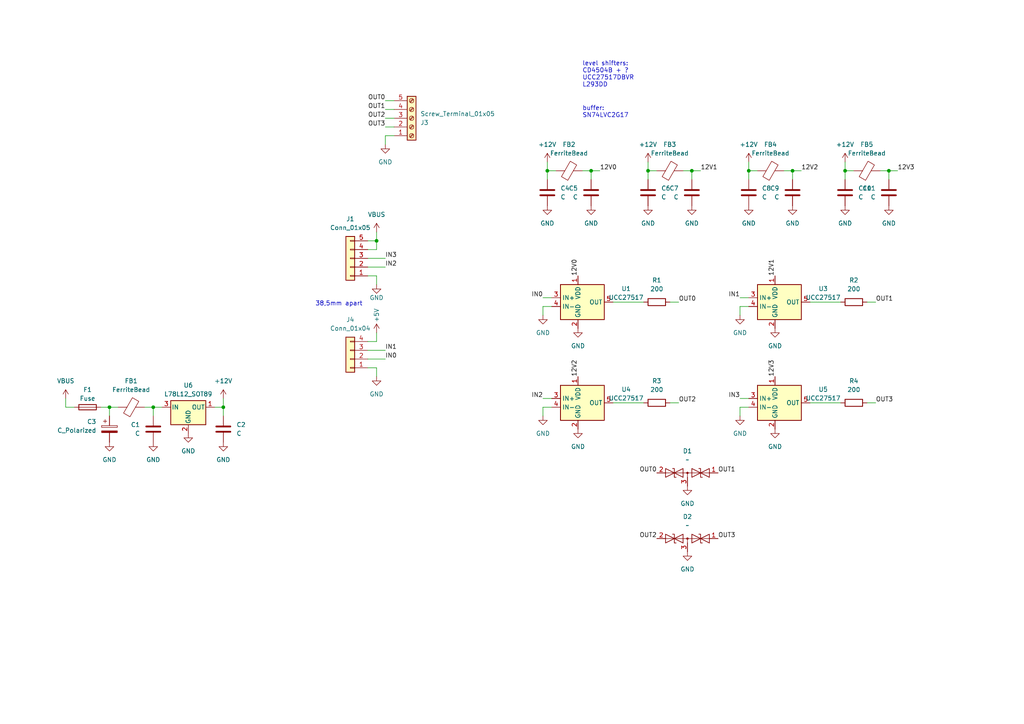
<source format=kicad_sch>
(kicad_sch (version 20230121) (generator eeschema)
  (paper "A4")
  (lib_symbols
    (symbol "Connector:Screw_Terminal_01x05" (pin_names (offset 1.016) hide)
      (property "Reference" "J" (at 0 7.62 0))
      (property "Value" "Screw_Terminal_01x05" (at 0 -7.62 0))
      (symbol "Screw_Terminal_01x05_1_1"
        (rectangle (start -1.27 6.35) (end 1.27 -6.35) (stroke (width 0.254)) (fill (type background)))
        (circle (center 0 -5.08) (radius 0.635) (stroke (width 0.1524)))
        (circle (center 0 -2.54) (radius 0.635) (stroke (width 0.1524)))
        (polyline (pts (xy -0.5334 -4.7498) (xy 0.3302 -5.588)) (stroke (width 0.1524)))
        (polyline (pts (xy -0.5334 -2.2098) (xy 0.3302 -3.048)) (stroke (width 0.1524)))
        (polyline (pts (xy -0.5334 0.3302) (xy 0.3302 -0.508)) (stroke (width 0.1524)))
        (polyline (pts (xy -0.5334 2.8702) (xy 0.3302 2.032)) (stroke (width 0.1524)))
        (polyline (pts (xy -0.5334 5.4102) (xy 0.3302 4.572)) (stroke (width 0.1524)))
        (polyline (pts (xy -0.3556 -4.572) (xy 0.508 -5.4102)) (stroke (width 0.1524)))
        (polyline (pts (xy -0.3556 -2.032) (xy 0.508 -2.8702)) (stroke (width 0.1524)))
        (polyline (pts (xy -0.3556 0.508) (xy 0.508 -0.3302)) (stroke (width 0.1524)))
        (polyline (pts (xy -0.3556 3.048) (xy 0.508 2.2098)) (stroke (width 0.1524)))
        (polyline (pts (xy -0.3556 5.588) (xy 0.508 4.7498)) (stroke (width 0.1524)))
        (circle (center 0 0) (radius 0.635) (stroke (width 0.1524)))
        (circle (center 0 2.54) (radius 0.635) (stroke (width 0.1524)))
        (circle (center 0 5.08) (radius 0.635) (stroke (width 0.1524)))
        (pin passive line (at -5.08 5.08 0) (length 3.81) (name "Pin_1") (number "1"))
        (pin passive line (at -5.08 2.54 0) (length 3.81) (name "Pin_2") (number "2"))
        (pin passive line (at -5.08 0 0) (length 3.81) (name "Pin_3") (number "3"))
        (pin passive line (at -5.08 -2.54 0) (length 3.81) (name "Pin_4") (number "4"))
        (pin passive line (at -5.08 -5.08 0) (length 3.81) (name "Pin_5") (number "5"))
      )
    )
    (symbol "Connector_Generic:Conn_01x04" (pin_names (offset 1.016) hide)
      (property "Reference" "J" (at 0 5.08 0))
      (property "Value" "Conn_01x04" (at 0 -7.62 0))
      (symbol "Conn_01x04_1_1"
        (rectangle (start -1.27 -4.953) (end 0 -5.207) (stroke (width 0.1524)))
        (rectangle (start -1.27 -2.413) (end 0 -2.667) (stroke (width 0.1524)))
        (rectangle (start -1.27 0.127) (end 0 -0.127) (stroke (width 0.1524)))
        (rectangle (start -1.27 2.667) (end 0 2.413) (stroke (width 0.1524)))
        (rectangle (start -1.27 3.81) (end 1.27 -6.35) (stroke (width 0.254)) (fill (type background)))
        (pin passive line (at -5.08 2.54 0) (length 3.81) (name "Pin_1") (number "1"))
        (pin passive line (at -5.08 0 0) (length 3.81) (name "Pin_2") (number "2"))
        (pin passive line (at -5.08 -2.54 0) (length 3.81) (name "Pin_3") (number "3"))
        (pin passive line (at -5.08 -5.08 0) (length 3.81) (name "Pin_4") (number "4"))
      )
    )
    (symbol "Connector_Generic:Conn_01x05" (pin_names (offset 1.016) hide)
      (property "Reference" "J" (at 0 7.62 0))
      (property "Value" "Conn_01x05" (at 0 -7.62 0))
      (symbol "Conn_01x05_1_1"
        (rectangle (start -1.27 -4.953) (end 0 -5.207) (stroke (width 0.1524)))
        (rectangle (start -1.27 -2.413) (end 0 -2.667) (stroke (width 0.1524)))
        (rectangle (start -1.27 0.127) (end 0 -0.127) (stroke (width 0.1524)))
        (rectangle (start -1.27 2.667) (end 0 2.413) (stroke (width 0.1524)))
        (rectangle (start -1.27 5.207) (end 0 4.953) (stroke (width 0.1524)))
        (rectangle (start -1.27 6.35) (end 1.27 -6.35) (stroke (width 0.254)) (fill (type background)))
        (pin passive line (at -5.08 5.08 0) (length 3.81) (name "Pin_1") (number "1"))
        (pin passive line (at -5.08 2.54 0) (length 3.81) (name "Pin_2") (number "2"))
        (pin passive line (at -5.08 0 0) (length 3.81) (name "Pin_3") (number "3"))
        (pin passive line (at -5.08 -2.54 0) (length 3.81) (name "Pin_4") (number "4"))
        (pin passive line (at -5.08 -5.08 0) (length 3.81) (name "Pin_5") (number "5"))
      )
    )
    (symbol "Device:C" (pin_numbers hide) (pin_names (offset 0.254))
      (property "Reference" "C" (at 0.635 2.54 0))
      (property "Value" "C" (at 0.635 -2.54 0))
      (symbol "C_0_1"
        (polyline (pts (xy -2.032 -0.762) (xy 2.032 -0.762)) (stroke (width 0.508)))
        (polyline (pts (xy -2.032 0.762) (xy 2.032 0.762)) (stroke (width 0.508)))
      )
      (symbol "C_1_1"
        (pin passive line (at 0 3.81 270) (length 2.794) (name "~") (number "1"))
        (pin passive line (at 0 -3.81 90) (length 2.794) (name "~") (number "2"))
      )
    )
    (symbol "Device:C_Polarized" (pin_numbers hide) (pin_names (offset 0.254))
      (property "Reference" "C" (at 0.635 2.54 0))
      (property "Value" "C_Polarized" (at 0.635 -2.54 0))
      (symbol "C_Polarized_0_1"
        (rectangle (start -2.286 0.508) (end 2.286 1.016))
        (polyline (pts (xy -1.778 2.286) (xy -0.762 2.286)))
        (polyline (pts (xy -1.27 2.794) (xy -1.27 1.778)))
        (rectangle (start 2.286 -0.508) (end -2.286 -1.016) (fill (type outline)))
      )
      (symbol "C_Polarized_1_1"
        (pin passive line (at 0 3.81 270) (length 2.794) (name "~") (number "1"))
        (pin passive line (at 0 -3.81 90) (length 2.794) (name "~") (number "2"))
      )
    )
    (symbol "Device:FerriteBead" (pin_numbers hide) (pin_names (offset 0))
      (property "Reference" "FB" (at -3.81 0.635 90))
      (property "Value" "FerriteBead" (at 3.81 0 90))
      (symbol "FerriteBead_0_1"
        (polyline (pts (xy 0 -1.27) (xy 0 -1.2192)))
        (polyline (pts (xy 0 1.27) (xy 0 1.2954)))
        (polyline (pts (xy -2.7686 0.4064) (xy -1.7018 2.2606) (xy 2.7686 -0.3048) (xy 1.6764 -2.159) (xy -2.7686 0.4064)))
      )
      (symbol "FerriteBead_1_1"
        (pin passive line (at 0 3.81 270) (length 2.54) (name "~") (number "1"))
        (pin passive line (at 0 -3.81 90) (length 2.54) (name "~") (number "2"))
      )
    )
    (symbol "Device:Fuse" (pin_numbers hide) (pin_names (offset 0))
      (property "Reference" "F" (at 2.032 0 90))
      (property "Value" "Fuse" (at -1.905 0 90))
      (symbol "Fuse_0_1"
        (rectangle (start -0.762 -2.54) (end 0.762 2.54) (stroke (width 0.254)))
        (polyline (pts (xy 0 2.54) (xy 0 -2.54)))
      )
      (symbol "Fuse_1_1"
        (pin passive line (at 0 3.81 270) (length 1.27) (name "~") (number "1"))
        (pin passive line (at 0 -3.81 90) (length 1.27) (name "~") (number "2"))
      )
    )
    (symbol "Device:R" (pin_numbers hide) (pin_names (offset 0))
      (property "Reference" "R" (at 2.032 0 90))
      (property "Value" "R" (at 0 0 90))
      (symbol "R_0_1"
        (rectangle (start -1.016 -2.54) (end 1.016 2.54) (stroke (width 0.254)))
      )
      (symbol "R_1_1"
        (pin passive line (at 0 3.81 270) (length 1.27) (name "~") (number "1"))
        (pin passive line (at 0 -3.81 90) (length 1.27) (name "~") (number "2"))
      )
    )
    (symbol "Diode:SM712_SOT23" (pin_names (offset 1.016) hide)
      (property "Reference" "D" (at 0 4.445 0))
      (property "Value" "SM712_SOT23" (at 0 2.54 0))
      (symbol "SM712_SOT23_0_0"
        (polyline (pts (xy 0 -1.27) (xy 0 0)))
      )
      (symbol "SM712_SOT23_0_1"
        (polyline (pts (xy -6.35 0) (xy 6.35 0)))
        (polyline (pts (xy -3.302 1.27) (xy -3.81 1.27) (xy -3.81 -1.27) (xy -4.318 -1.27)) (stroke (width 0.2032)))
        (polyline (pts (xy 4.318 1.27) (xy 3.81 1.27) (xy 3.81 -1.27) (xy 3.302 -1.27)) (stroke (width 0.2032)))
        (polyline (pts (xy -6.35 -1.27) (xy -1.27 1.27) (xy -1.27 -1.27) (xy -6.35 1.27) (xy -6.35 -1.27)) (stroke (width 0.2032)))
        (polyline (pts (xy 1.27 -1.27) (xy 1.27 1.27) (xy 6.35 -1.27) (xy 6.35 1.27) (xy 1.27 -1.27)) (stroke (width 0.2032)))
        (circle (center 0 0) (radius 0.254) (fill (type outline)))
      )
      (symbol "SM712_SOT23_1_1"
        (pin passive line (at -8.89 0 0) (length 2.54) (name "A1") (number "1"))
        (pin passive line (at 8.89 0 180) (length 2.54) (name "A2") (number "2"))
        (pin input line (at 0 -3.81 90) (length 2.54) (name "common") (number "3"))
      )
    )
    (symbol "Regulator_Linear:L78L12_SOT89" (pin_names (offset 0.254))
      (property "Reference" "U" (at -3.81 3.175 0))
      (property "Value" "L78L12_SOT89" (at -0.635 3.175 0))
      (symbol "L78L12_SOT89_0_1"
        (rectangle (start -5.08 1.905) (end 5.08 -5.08) (stroke (width 0.254)) (fill (type background)))
      )
      (symbol "L78L12_SOT89_1_1"
        (pin power_out line (at 7.62 0 180) (length 2.54) (name "OUT") (number "1"))
        (pin power_in line (at 0 -7.62 90) (length 2.54) (name "GND") (number "2"))
        (pin power_in line (at -7.62 0 0) (length 2.54) (name "IN") (number "3"))
      )
    )
    (symbol "power:+12V" (power) (pin_names (offset 0))
      (property "Value" "+12V" (at 0 3.556 0))
      (symbol "+12V_0_1"
        (polyline (pts (xy -0.762 1.27) (xy 0 2.54)))
        (polyline (pts (xy 0 0) (xy 0 2.54)))
        (polyline (pts (xy 0 2.54) (xy 0.762 1.27)))
      )
      (symbol "+12V_1_1"
        (pin power_in line (at 0 0 90) (length 0) hide (name "+12V") (number "1"))
      )
    )
    (symbol "power:+5V" (power) (pin_names (offset 0))
      (property "Value" "+5V" (at 0 3.556 0))
      (symbol "+5V_0_1"
        (polyline (pts (xy -0.762 1.27) (xy 0 2.54)))
        (polyline (pts (xy 0 0) (xy 0 2.54)))
        (polyline (pts (xy 0 2.54) (xy 0.762 1.27)))
      )
      (symbol "+5V_1_1"
        (pin power_in line (at 0 0 90) (length 0) hide (name "+5V") (number "1"))
      )
    )
    (symbol "power:GND" (power) (pin_names (offset 0))
      (property "Value" "GND" (at 0 -3.81 0))
      (symbol "GND_0_1"
        (polyline (pts (xy 0 0) (xy 0 -1.27) (xy 1.27 -1.27) (xy 0 -2.54) (xy -1.27 -1.27) (xy 0 -1.27)))
      )
      (symbol "GND_1_1"
        (pin power_in line (at 0 0 270) (length 0) hide (name "GND") (number "1"))
      )
    )
    (symbol "power:VBUS" (power) (pin_names (offset 0))
      (property "Value" "VBUS" (at 0 3.81 0))
      (symbol "VBUS_0_1"
        (polyline (pts (xy -0.762 1.27) (xy 0 2.54)))
        (polyline (pts (xy 0 0) (xy 0 2.54)))
        (polyline (pts (xy 0 2.54) (xy 0.762 1.27)))
      )
      (symbol "VBUS_1_1"
        (pin power_in line (at 0 0 90) (length 0) hide (name "VBUS") (number "1"))
      )
    )
    (symbol "project_lib:UCC27517"
      (property "Reference" "U" (at -5.08 6.35 0))
      (property "Value" "UCC27517" (at 1.27 6.35 0))
      (symbol "UCC27517_0_1"
        (rectangle (start -5.08 5.08) (end 7.62 -5.08) (stroke (width 0.254)) (fill (type background)))
      )
      (symbol "UCC27517_1_1"
        (pin power_in line (at 0 7.62 270) (length 2.54) (name "VDD") (number "1"))
        (pin power_in line (at 0 -7.62 90) (length 2.54) (name "GND") (number "2"))
        (pin input line (at -7.62 1.27 0) (length 2.54) (name "IN+") (number "3"))
        (pin input line (at -7.62 -1.27 0) (length 2.54) (name "IN-") (number "4"))
        (pin output line (at 10.16 0 180) (length 2.54) (name "OUT") (number "5"))
      )
    )
  )
  (junction (at 64.77 118.11))
  (junction (at 217.17 49.53))
  (junction (at 229.87 49.53))
  (junction (at 31.75 118.11))
  (junction (at 171.45 49.53))
  (junction (at 109.22 69.85))
  (junction (at 257.81 49.53))
  (junction (at 200.66 49.53))
  (junction (at 187.96 49.53))
  (junction (at 245.11 49.53))
  (junction (at 44.45 118.11))
  (junction (at 158.75 49.53))
  (wire (pts (xy 158.75 49.53) (xy 158.75 52.07)))
  (wire (pts (xy 158.75 49.53) (xy 161.29 49.53)))
  (wire (pts (xy 254 87.63) (xy 251.46 87.63)))
  (wire (pts (xy 44.45 118.11) (xy 44.45 120.65)))
  (wire (pts (xy 111.76 29.21) (xy 114.3 29.21)))
  (wire (pts (xy 19.05 118.11) (xy 21.59 118.11)))
  (wire (pts (xy 111.76 101.6) (xy 106.68 101.6)))
  (wire (pts (xy 217.17 49.53) (xy 217.17 52.07)))
  (wire (pts (xy 111.76 77.47) (xy 106.68 77.47)))
  (wire (pts (xy 234.95 116.84) (xy 243.84 116.84)))
  (wire (pts (xy 109.22 99.06) (xy 106.68 99.06)))
  (wire (pts (xy 234.95 87.63) (xy 243.84 87.63)))
  (wire (pts (xy 232.41 49.53) (xy 229.87 49.53)))
  (wire (pts (xy 214.63 86.36) (xy 217.17 86.36)))
  (wire (pts (xy 173.99 49.53) (xy 171.45 49.53)))
  (wire (pts (xy 46.99 118.11) (xy 44.45 118.11)))
  (wire (pts (xy 109.22 72.39) (xy 106.68 72.39)))
  (wire (pts (xy 217.17 88.9) (xy 214.63 88.9)))
  (wire (pts (xy 177.8 87.63) (xy 186.69 87.63)))
  (wire (pts (xy 111.76 36.83) (xy 114.3 36.83)))
  (wire (pts (xy 157.48 115.57) (xy 160.02 115.57)))
  (wire (pts (xy 41.91 118.11) (xy 44.45 118.11)))
  (wire (pts (xy 111.76 74.93) (xy 106.68 74.93)))
  (wire (pts (xy 171.45 49.53) (xy 171.45 52.07)))
  (wire (pts (xy 187.96 49.53) (xy 190.5 49.53)))
  (wire (pts (xy 31.75 118.11) (xy 34.29 118.11)))
  (wire (pts (xy 187.96 46.99) (xy 187.96 49.53)))
  (wire (pts (xy 64.77 118.11) (xy 64.77 120.65)))
  (wire (pts (xy 196.85 87.63) (xy 194.31 87.63)))
  (wire (pts (xy 62.23 118.11) (xy 64.77 118.11)))
  (wire (pts (xy 217.17 118.11) (xy 214.63 118.11)))
  (wire (pts (xy 64.77 115.57) (xy 64.77 118.11)))
  (wire (pts (xy 214.63 118.11) (xy 214.63 120.65)))
  (wire (pts (xy 109.22 67.31) (xy 109.22 69.85)))
  (wire (pts (xy 160.02 118.11) (xy 157.48 118.11)))
  (wire (pts (xy 111.76 34.29) (xy 114.3 34.29)))
  (wire (pts (xy 19.05 115.57) (xy 19.05 118.11)))
  (wire (pts (xy 217.17 49.53) (xy 219.71 49.53)))
  (wire (pts (xy 106.68 69.85) (xy 109.22 69.85)))
  (wire (pts (xy 158.75 46.99) (xy 158.75 49.53)))
  (wire (pts (xy 109.22 82.55) (xy 109.22 80.01)))
  (wire (pts (xy 214.63 115.57) (xy 217.17 115.57)))
  (wire (pts (xy 109.22 69.85) (xy 109.22 72.39)))
  (wire (pts (xy 111.76 41.91) (xy 111.76 39.37)))
  (wire (pts (xy 255.27 49.53) (xy 257.81 49.53)))
  (wire (pts (xy 31.75 118.11) (xy 31.75 120.65)))
  (wire (pts (xy 111.76 39.37) (xy 114.3 39.37)))
  (wire (pts (xy 168.91 49.53) (xy 171.45 49.53)))
  (wire (pts (xy 217.17 46.99) (xy 217.17 49.53)))
  (wire (pts (xy 157.48 86.36) (xy 160.02 86.36)))
  (wire (pts (xy 245.11 49.53) (xy 247.65 49.53)))
  (wire (pts (xy 260.35 49.53) (xy 257.81 49.53)))
  (wire (pts (xy 245.11 49.53) (xy 245.11 52.07)))
  (wire (pts (xy 203.2 49.53) (xy 200.66 49.53)))
  (wire (pts (xy 109.22 106.68) (xy 106.68 106.68)))
  (wire (pts (xy 200.66 49.53) (xy 200.66 52.07)))
  (wire (pts (xy 111.76 31.75) (xy 114.3 31.75)))
  (wire (pts (xy 187.96 49.53) (xy 187.96 52.07)))
  (wire (pts (xy 245.11 46.99) (xy 245.11 49.53)))
  (wire (pts (xy 109.22 109.22) (xy 109.22 106.68)))
  (wire (pts (xy 254 116.84) (xy 251.46 116.84)))
  (wire (pts (xy 214.63 88.9) (xy 214.63 91.44)))
  (wire (pts (xy 257.81 49.53) (xy 257.81 52.07)))
  (wire (pts (xy 177.8 116.84) (xy 186.69 116.84)))
  (wire (pts (xy 109.22 96.52) (xy 109.22 99.06)))
  (wire (pts (xy 29.21 118.11) (xy 31.75 118.11)))
  (wire (pts (xy 229.87 49.53) (xy 229.87 52.07)))
  (wire (pts (xy 196.85 116.84) (xy 194.31 116.84)))
  (wire (pts (xy 157.48 88.9) (xy 157.48 91.44)))
  (wire (pts (xy 160.02 88.9) (xy 157.48 88.9)))
  (wire (pts (xy 198.12 49.53) (xy 200.66 49.53)))
  (wire (pts (xy 109.22 80.01) (xy 106.68 80.01)))
  (wire (pts (xy 227.33 49.53) (xy 229.87 49.53)))
  (wire (pts (xy 111.76 104.14) (xy 106.68 104.14)))
  (wire (pts (xy 157.48 118.11) (xy 157.48 120.65)))
  (text "38,5mm apart" (at 91.44 88.9 0) (effects (font (size 1.27 1.27)) (justify left bottom)))
  (text "buffer:\nSN74LVC2G17" (at 168.91 34.29 0) (effects (font (size 1.27 1.27)) (justify left bottom)))
  (text "level shifters:\nCD4504B + ?\nUCC27517DBVR\nL293DD" (at 168.91 25.4 0) (effects (font (size 1.27 1.27)) (justify left bottom)))
  (label "12V2" (at 232.41 49.53 0))
  (label "IN1" (at 214.63 86.36 180))
  (label "OUT0" (at 196.85 87.63 0))
  (label "OUT3" (at 111.76 36.83 180))
  (label "OUT2" (at 111.76 34.29 180))
  (label "IN3" (at 214.63 115.57 180))
  (label "OUT1" (at 254 87.63 0))
  (label "OUT0" (at 190.5 137.16 180))
  (label "OUT1" (at 111.76 31.75 180))
  (label "12V1" (at 203.2 49.53 0))
  (label "OUT2" (at 190.5 156.21 180))
  (label "IN0" (at 157.48 86.36 180))
  (label "IN2" (at 111.76 77.47 0))
  (label "12V1" (at 224.79 80.01 90))
  (label "12V0" (at 167.64 80.01 90))
  (label "OUT2" (at 196.85 116.84 0))
  (label "OUT1" (at 208.28 137.16 0))
  (label "12V3" (at 260.35 49.53 0))
  (label "IN0" (at 111.76 104.14 0))
  (label "OUT3" (at 254 116.84 0))
  (label "OUT0" (at 111.76 29.21 180))
  (label "IN1" (at 111.76 101.6 0))
  (label "12V2" (at 167.64 109.22 90))
  (label "12V3" (at 224.79 109.22 90))
  (label "12V0" (at 173.99 49.53 0))
  (label "OUT3" (at 208.28 156.21 0))
  (label "IN3" (at 111.76 74.93 0))
  (label "IN2" (at 157.48 115.57 180))
  (symbol (lib_id "Device:FerriteBead") (at 165.1 49.53 90) (unit 1)
    (property "Reference" "FB2" (at 165.0492 41.91 90))
    (property "Value" "FerriteBead" (at 165.0492 44.45 90))
    (property "Footprint" "Inductor_SMD:L_0603_1608Metric" (effects hide))
  )
  (symbol (lib_id "Device:C_Polarized") (at 31.75 124.46 0) (unit 1)
    (property "Reference" "C3" (at 27.94 122.301 0) (effects (justify right)))
    (property "Value" "C_Polarized" (at 27.94 124.841 0) (effects (justify right)))
    (property "Footprint" "Capacitor_THT:CP_Radial_D6.3mm_P2.50mm" (effects hide))
  )
  (symbol (lib_id "power:+5V") (at 109.22 96.52 0) (unit 1)
    (property "Reference" "#PWR028" (effects hide))
    (property "Value" "+5V" (at 109.22 91.44 90))
  )
  (symbol (lib_id "power:GND") (at 214.63 120.65 0) (unit 1)
    (property "Reference" "#PWR030" (effects hide))
    (property "Value" "GND" (at 214.63 125.73 0))
  )
  (symbol (lib_id "Device:C") (at 187.96 55.88 0) (unit 1)
    (property "Reference" "C6" (at 191.77 54.61 0) (effects (justify left)))
    (property "Value" "C" (at 191.77 57.15 0) (effects (justify left)))
    (property "Footprint" "Capacitor_SMD:C_0603_1608Metric" (effects hide))
  )
  (symbol (lib_id "Device:FerriteBead") (at 38.1 118.11 90) (unit 1)
    (property "Reference" "FB1" (at 38.0492 110.49 90))
    (property "Value" "FerriteBead" (at 38.0492 113.03 90))
    (property "Footprint" "Inductor_SMD:L_1206_3216Metric" (effects hide))
  )
  (symbol (lib_id "Device:FerriteBead") (at 251.46 49.53 90) (unit 1)
    (property "Reference" "FB5" (at 251.4092 41.91 90))
    (property "Value" "FerriteBead" (at 251.4092 44.45 90))
    (property "Footprint" "Inductor_SMD:L_0603_1608Metric" (effects hide))
  )
  (symbol (lib_id "power:GND") (at 64.77 128.27 0) (unit 1)
    (property "Reference" "#PWR04" (effects hide))
    (property "Value" "GND" (at 64.77 133.35 0))
  )
  (symbol (lib_id "Device:C") (at 200.66 55.88 0) (mirror x) (unit 1)
    (property "Reference" "C7" (at 196.85 54.61 0) (effects (justify right)))
    (property "Value" "C" (at 196.85 57.15 0) (effects (justify right)))
    (property "Footprint" "Capacitor_SMD:C_0603_1608Metric" (effects hide))
  )
  (symbol (lib_id "Device:C") (at 217.17 55.88 0) (unit 1)
    (property "Reference" "C8" (at 220.98 54.61 0) (effects (justify left)))
    (property "Value" "C" (at 220.98 57.15 0) (effects (justify left)))
    (property "Footprint" "Capacitor_SMD:C_0603_1608Metric" (effects hide))
  )
  (symbol (lib_id "power:GND") (at 111.76 41.91 0) (unit 1)
    (property "Reference" "#PWR01" (effects hide))
    (property "Value" "GND" (at 111.76 46.99 0))
  )
  (symbol (lib_id "power:GND") (at 157.48 91.44 0) (unit 1)
    (property "Reference" "#PWR08" (effects hide))
    (property "Value" "GND" (at 157.48 96.52 0))
  )
  (symbol (lib_id "power:GND") (at 217.17 59.69 0) (unit 1)
    (property "Reference" "#PWR020" (effects hide))
    (property "Value" "GND" (at 217.17 64.77 0))
  )
  (symbol (lib_id "power:GND") (at 167.64 124.46 0) (unit 1)
    (property "Reference" "#PWR029" (effects hide))
    (property "Value" "GND" (at 167.64 129.54 0))
  )
  (symbol (lib_id "Device:C") (at 229.87 55.88 0) (mirror x) (unit 1)
    (property "Reference" "C9" (at 226.06 54.61 0) (effects (justify right)))
    (property "Value" "C" (at 226.06 57.15 0) (effects (justify right)))
    (property "Footprint" "Capacitor_SMD:C_0603_1608Metric" (effects hide))
  )
  (symbol (lib_id "Device:C") (at 44.45 124.46 0) (mirror x) (unit 1)
    (property "Reference" "C1" (at 40.64 123.19 0) (effects (justify right)))
    (property "Value" "C" (at 40.64 125.73 0) (effects (justify right)))
    (property "Footprint" "Capacitor_SMD:C_1206_3216Metric" (effects hide))
  )
  (symbol (lib_id "power:+12V") (at 187.96 46.99 0) (unit 1)
    (property "Reference" "#PWR016" (effects hide))
    (property "Value" "+12V" (at 187.96 41.91 0))
  )
  (symbol (lib_id "Device:R") (at 247.65 87.63 270) (unit 1)
    (property "Reference" "R2" (at 247.65 81.28 90))
    (property "Value" "200" (at 247.65 83.82 90))
    (property "Footprint" "Resistor_SMD:R_0603_1608Metric" (effects hide))
  )
  (symbol (lib_id "Device:C") (at 171.45 55.88 0) (mirror x) (unit 1)
    (property "Reference" "C5" (at 167.64 54.61 0) (effects (justify right)))
    (property "Value" "C" (at 167.64 57.15 0) (effects (justify right)))
    (property "Footprint" "Capacitor_SMD:C_0603_1608Metric" (effects hide))
  )
  (symbol (lib_id "power:GND") (at 109.22 109.22 0) (unit 1)
    (property "Reference" "#PWR012" (effects hide))
    (property "Value" "GND" (at 109.22 114.3 0))
  )
  (symbol (lib_id "Regulator_Linear:L78L12_SOT89") (at 54.61 118.11 0) (unit 1)
    (property "Reference" "U6" (at 54.61 111.76 0))
    (property "Value" "L78L12_SOT89" (at 54.61 114.3 0))
    (property "Footprint" "Package_TO_SOT_SMD:SOT-89-3" (effects hide))
    (property "Datasheet" "http://www.st.com/content/ccc/resource/technical/document/datasheet/15/55/e5/aa/23/5b/43/fd/CD00000446.pdf/files/CD00000446.pdf/jcr:content/translations/en.CD00000446.pdf" (effects hide))
  )
  (symbol (lib_id "power:GND") (at 54.61 125.73 0) (unit 1)
    (property "Reference" "#PWR02" (effects hide))
    (property "Value" "GND" (at 54.61 130.81 0))
  )
  (symbol (lib_id "project_lib:UCC27517") (at 224.79 87.63 0) (unit 1)
    (property "Reference" "U3" (at 238.76 83.7439 0))
    (property "Value" "UCC27517" (at 238.76 86.2839 0))
    (property "Footprint" "Package_TO_SOT_SMD:SOT-23-5" (effects hide))
    (property "Datasheet" "https://www.ti.com/lit/gpn/ucc27517" (effects hide))
  )
  (symbol (lib_id "power:GND") (at 200.66 59.69 0) (unit 1)
    (property "Reference" "#PWR018" (effects hide))
    (property "Value" "GND" (at 200.66 64.77 0))
  )
  (symbol (lib_id "Device:C") (at 158.75 55.88 0) (unit 1)
    (property "Reference" "C4" (at 162.56 54.61 0) (effects (justify left)))
    (property "Value" "C" (at 162.56 57.15 0) (effects (justify left)))
    (property "Footprint" "Capacitor_SMD:C_0603_1608Metric" (effects hide))
  )
  (symbol (lib_id "power:GND") (at 224.79 95.25 0) (unit 1)
    (property "Reference" "#PWR026" (effects hide))
    (property "Value" "GND" (at 224.79 100.33 0))
  )
  (symbol (lib_id "power:GND") (at 167.64 95.25 0) (unit 1)
    (property "Reference" "#PWR06" (effects hide))
    (property "Value" "GND" (at 167.64 100.33 0))
  )
  (symbol (lib_id "Device:Fuse") (at 25.4 118.11 90) (unit 1)
    (property "Reference" "F1" (at 25.4 113.03 90))
    (property "Value" "Fuse" (at 25.4 115.57 90))
    (property "Footprint" "Fuse:Fuse_0805_2012Metric_Pad1.15x1.40mm_HandSolder" (effects hide))
  )
  (symbol (lib_id "power:GND") (at 158.75 59.69 0) (unit 1)
    (property "Reference" "#PWR014" (effects hide))
    (property "Value" "GND" (at 158.75 64.77 0))
  )
  (symbol (lib_id "power:+12V") (at 245.11 46.99 0) (unit 1)
    (property "Reference" "#PWR022" (effects hide))
    (property "Value" "+12V" (at 245.11 41.91 0))
  )
  (symbol (lib_id "power:GND") (at 245.11 59.69 0) (unit 1)
    (property "Reference" "#PWR023" (effects hide))
    (property "Value" "GND" (at 245.11 64.77 0))
  )
  (symbol (lib_id "power:GND") (at 257.81 59.69 0) (unit 1)
    (property "Reference" "#PWR024" (effects hide))
    (property "Value" "GND" (at 257.81 64.77 0))
  )
  (symbol (lib_id "Device:R") (at 190.5 87.63 270) (unit 1)
    (property "Reference" "R1" (at 190.5 81.28 90))
    (property "Value" "200" (at 190.5 83.82 90))
    (property "Footprint" "Resistor_SMD:R_0603_1608Metric" (effects hide))
  )
  (symbol (lib_id "Diode:SM712_SOT23") (at 199.39 137.16 0) (mirror y) (unit 1)
    (property "Reference" "D1" (at 199.39 130.81 0))
    (property "Value" "~" (at 199.39 133.35 0))
    (property "Footprint" "Package_TO_SOT_SMD:SOT-23_Handsoldering" (effects hide))
    (property "Datasheet" "https://www.littelfuse.com/~/media/electronics/datasheets/tvs_diode_arrays/littelfuse_tvs_diode_array_sm712_datasheet.pdf.pdf" (effects hide))
  )
  (symbol (lib_id "Device:R") (at 190.5 116.84 270) (unit 1)
    (property "Reference" "R3" (at 190.5 110.49 90))
    (property "Value" "200" (at 190.5 113.03 90))
    (property "Footprint" "Resistor_SMD:R_0603_1608Metric" (effects hide))
  )
  (symbol (lib_id "power:GND") (at 214.63 91.44 0) (unit 1)
    (property "Reference" "#PWR025" (effects hide))
    (property "Value" "GND" (at 214.63 96.52 0))
  )
  (symbol (lib_id "Device:C") (at 64.77 124.46 0) (unit 1)
    (property "Reference" "C2" (at 68.58 123.19 0) (effects (justify left)))
    (property "Value" "C" (at 68.58 125.73 0) (effects (justify left)))
    (property "Footprint" "Capacitor_SMD:C_0805_2012Metric" (effects hide))
  )
  (symbol (lib_id "Connector_Generic:Conn_01x05") (at 101.6 74.93 180) (unit 1)
    (property "Reference" "J1" (at 101.6 63.5 0))
    (property "Value" "Conn_01x05" (at 101.6 66.04 0))
    (property "Footprint" "Connector_PinHeader_2.54mm:PinHeader_1x05_P2.54mm_Vertical" (effects hide))
  )
  (symbol (lib_id "Device:FerriteBead") (at 194.31 49.53 90) (unit 1)
    (property "Reference" "FB3" (at 194.2592 41.91 90))
    (property "Value" "FerriteBead" (at 194.2592 44.45 90))
    (property "Footprint" "Inductor_SMD:L_0603_1608Metric" (effects hide))
  )
  (symbol (lib_id "power:GND") (at 187.96 59.69 0) (unit 1)
    (property "Reference" "#PWR017" (effects hide))
    (property "Value" "GND" (at 187.96 64.77 0))
  )
  (symbol (lib_id "Device:C") (at 257.81 55.88 0) (mirror x) (unit 1)
    (property "Reference" "C11" (at 254 54.61 0) (effects (justify right)))
    (property "Value" "C" (at 254 57.15 0) (effects (justify right)))
    (property "Footprint" "Capacitor_SMD:C_0603_1608Metric" (effects hide))
  )
  (symbol (lib_id "power:GND") (at 31.75 128.27 0) (unit 1)
    (property "Reference" "#PWR09" (effects hide))
    (property "Value" "GND" (at 31.75 133.35 0))
  )
  (symbol (lib_id "power:GND") (at 157.48 120.65 0) (unit 1)
    (property "Reference" "#PWR027" (effects hide))
    (property "Value" "GND" (at 157.48 125.73 0))
  )
  (symbol (lib_id "power:+12V") (at 217.17 46.99 0) (unit 1)
    (property "Reference" "#PWR019" (effects hide))
    (property "Value" "+12V" (at 217.17 41.91 0))
  )
  (symbol (lib_id "power:GND") (at 199.39 160.02 0) (unit 1)
    (property "Reference" "#PWR033" (effects hide))
    (property "Value" "GND" (at 199.39 165.1 0))
  )
  (symbol (lib_id "power:VBUS") (at 109.22 67.31 0) (unit 1)
    (property "Reference" "#PWR013" (effects hide))
    (property "Value" "VBUS" (at 109.22 62.23 0))
  )
  (symbol (lib_id "power:GND") (at 199.39 140.97 0) (unit 1)
    (property "Reference" "#PWR032" (effects hide))
    (property "Value" "GND" (at 199.39 146.05 0))
  )
  (symbol (lib_id "power:GND") (at 44.45 128.27 0) (unit 1)
    (property "Reference" "#PWR03" (effects hide))
    (property "Value" "GND" (at 44.45 133.35 0))
  )
  (symbol (lib_id "power:GND") (at 171.45 59.69 0) (unit 1)
    (property "Reference" "#PWR015" (effects hide))
    (property "Value" "GND" (at 171.45 64.77 0))
  )
  (symbol (lib_id "power:GND") (at 224.79 124.46 0) (unit 1)
    (property "Reference" "#PWR031" (effects hide))
    (property "Value" "GND" (at 224.79 129.54 0))
  )
  (symbol (lib_id "power:+12V") (at 158.75 46.99 0) (unit 1)
    (property "Reference" "#PWR07" (effects hide))
    (property "Value" "+12V" (at 158.75 41.91 0))
  )
  (symbol (lib_id "Device:C") (at 245.11 55.88 0) (unit 1)
    (property "Reference" "C10" (at 248.92 54.61 0) (effects (justify left)))
    (property "Value" "C" (at 248.92 57.15 0) (effects (justify left)))
    (property "Footprint" "Capacitor_SMD:C_0603_1608Metric" (effects hide))
  )
  (symbol (lib_id "Device:R") (at 247.65 116.84 270) (unit 1)
    (property "Reference" "R4" (at 247.65 110.49 90))
    (property "Value" "200" (at 247.65 113.03 90))
    (property "Footprint" "Resistor_SMD:R_0603_1608Metric" (effects hide))
  )
  (symbol (lib_id "power:GND") (at 109.22 82.55 0) (unit 1)
    (property "Reference" "#PWR011" (effects hide))
    (property "Value" "GND" (at 109.22 86.36 0))
  )
  (symbol (lib_id "power:VBUS") (at 19.05 115.57 0) (unit 1)
    (property "Reference" "#PWR010" (effects hide))
    (property "Value" "VBUS" (at 19.05 110.49 0))
  )
  (symbol (lib_id "Diode:SM712_SOT23") (at 199.39 156.21 0) (mirror y) (unit 1)
    (property "Reference" "D2" (at 199.39 149.86 0))
    (property "Value" "~" (at 199.39 152.4 0))
    (property "Footprint" "Package_TO_SOT_SMD:SOT-23_Handsoldering" (effects hide))
    (property "Datasheet" "https://www.littelfuse.com/~/media/electronics/datasheets/tvs_diode_arrays/littelfuse_tvs_diode_array_sm712_datasheet.pdf.pdf" (effects hide))
  )
  (symbol (lib_id "Connector_Generic:Conn_01x04") (at 101.6 104.14 180) (unit 1)
    (property "Reference" "J4" (at 101.6 92.71 0))
    (property "Value" "Conn_01x04" (at 101.6 95.25 0))
    (property "Footprint" "Connector_PinHeader_2.54mm:PinHeader_1x04_P2.54mm_Vertical" (effects hide))
  )
  (symbol (lib_id "project_lib:UCC27517") (at 167.64 116.84 0) (unit 1)
    (property "Reference" "U4" (at 181.61 112.9539 0))
    (property "Value" "UCC27517" (at 181.61 115.4939 0))
    (property "Footprint" "Package_TO_SOT_SMD:SOT-23-5" (effects hide))
    (property "Datasheet" "https://www.ti.com/lit/gpn/ucc27517" (effects hide))
  )
  (symbol (lib_id "Device:FerriteBead") (at 223.52 49.53 90) (unit 1)
    (property "Reference" "FB4" (at 223.4692 41.91 90))
    (property "Value" "FerriteBead" (at 223.4692 44.45 90))
    (property "Footprint" "Inductor_SMD:L_0603_1608Metric" (effects hide))
  )
  (symbol (lib_id "power:+12V") (at 64.77 115.57 0) (unit 1)
    (property "Reference" "#PWR05" (effects hide))
    (property "Value" "+12V" (at 64.77 110.49 0))
  )
  (symbol (lib_id "project_lib:UCC27517") (at 224.79 116.84 0) (unit 1)
    (property "Reference" "U5" (at 238.76 112.9539 0))
    (property "Value" "UCC27517" (at 238.76 115.4939 0))
    (property "Footprint" "Package_TO_SOT_SMD:SOT-23-5" (effects hide))
    (property "Datasheet" "https://www.ti.com/lit/gpn/ucc27517" (effects hide))
  )
  (symbol (lib_id "Connector:Screw_Terminal_01x05") (at 119.38 34.29 0) (mirror x) (unit 1)
    (property "Reference" "J3" (at 121.92 35.56 0) (effects (justify left)))
    (property "Value" "Screw_Terminal_01x05" (at 121.92 33.02 0) (effects (justify left)))
    (property "Footprint" "Connector_Phoenix_MC:PhoenixContact_MCV_1,5_5-G-3.81_1x05_P3.81mm_Vertical" (effects hide))
  )
  (symbol (lib_id "project_lib:UCC27517") (at 167.64 87.63 0) (unit 1)
    (property "Reference" "U1" (at 181.61 83.7439 0))
    (property "Value" "UCC27517" (at 181.61 86.2839 0))
    (property "Footprint" "Package_TO_SOT_SMD:SOT-23-5" (effects hide))
    (property "Datasheet" "https://www.ti.com/lit/gpn/ucc27517" (effects hide))
  )
  (symbol (lib_id "power:GND") (at 229.87 59.69 0) (unit 1)
    (property "Reference" "#PWR021" (effects hide))
    (property "Value" "GND" (at 229.87 64.77 0))
  )
)
</source>
